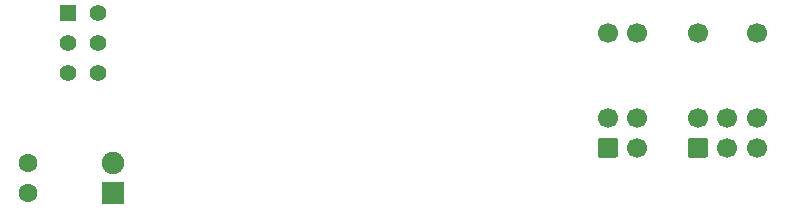
<source format=gbs>
G04 #@! TF.GenerationSoftware,KiCad,Pcbnew,(5.1.4-0-10_14)*
G04 #@! TF.CreationDate,2020-01-14T22:26:38-05:00*
G04 #@! TF.ProjectId,Steering,53746565-7269-46e6-972e-6b696361645f,rev?*
G04 #@! TF.SameCoordinates,Original*
G04 #@! TF.FileFunction,Soldermask,Bot*
G04 #@! TF.FilePolarity,Negative*
%FSLAX46Y46*%
G04 Gerber Fmt 4.6, Leading zero omitted, Abs format (unit mm)*
G04 Created by KiCad (PCBNEW (5.1.4-0-10_14)) date 2020-01-14 22:26:38*
%MOMM*%
%LPD*%
G04 APERTURE LIST*
%ADD10R,1.900000X1.900000*%
%ADD11C,1.900000*%
%ADD12C,1.600000*%
%ADD13C,0.100000*%
%ADD14C,1.700000*%
%ADD15R,1.400000X1.400000*%
%ADD16C,1.400000*%
G04 APERTURE END LIST*
D10*
X100330000Y-55880000D03*
D11*
X100330000Y-53380000D03*
D12*
X93150000Y-55880000D03*
X93150000Y-53380000D03*
D13*
G36*
X142864504Y-51221204D02*
G01*
X142888773Y-51224804D01*
X142912571Y-51230765D01*
X142935671Y-51239030D01*
X142957849Y-51249520D01*
X142978893Y-51262133D01*
X142998598Y-51276747D01*
X143016777Y-51293223D01*
X143033253Y-51311402D01*
X143047867Y-51331107D01*
X143060480Y-51352151D01*
X143070970Y-51374329D01*
X143079235Y-51397429D01*
X143085196Y-51421227D01*
X143088796Y-51445496D01*
X143090000Y-51470000D01*
X143090000Y-52670000D01*
X143088796Y-52694504D01*
X143085196Y-52718773D01*
X143079235Y-52742571D01*
X143070970Y-52765671D01*
X143060480Y-52787849D01*
X143047867Y-52808893D01*
X143033253Y-52828598D01*
X143016777Y-52846777D01*
X142998598Y-52863253D01*
X142978893Y-52877867D01*
X142957849Y-52890480D01*
X142935671Y-52900970D01*
X142912571Y-52909235D01*
X142888773Y-52915196D01*
X142864504Y-52918796D01*
X142840000Y-52920000D01*
X141640000Y-52920000D01*
X141615496Y-52918796D01*
X141591227Y-52915196D01*
X141567429Y-52909235D01*
X141544329Y-52900970D01*
X141522151Y-52890480D01*
X141501107Y-52877867D01*
X141481402Y-52863253D01*
X141463223Y-52846777D01*
X141446747Y-52828598D01*
X141432133Y-52808893D01*
X141419520Y-52787849D01*
X141409030Y-52765671D01*
X141400765Y-52742571D01*
X141394804Y-52718773D01*
X141391204Y-52694504D01*
X141390000Y-52670000D01*
X141390000Y-51470000D01*
X141391204Y-51445496D01*
X141394804Y-51421227D01*
X141400765Y-51397429D01*
X141409030Y-51374329D01*
X141419520Y-51352151D01*
X141432133Y-51331107D01*
X141446747Y-51311402D01*
X141463223Y-51293223D01*
X141481402Y-51276747D01*
X141501107Y-51262133D01*
X141522151Y-51249520D01*
X141544329Y-51239030D01*
X141567429Y-51230765D01*
X141591227Y-51224804D01*
X141615496Y-51221204D01*
X141640000Y-51220000D01*
X142840000Y-51220000D01*
X142864504Y-51221204D01*
X142864504Y-51221204D01*
G37*
D14*
X142240000Y-52070000D03*
X144740000Y-52070000D03*
X142240000Y-49570000D03*
X144740000Y-49570000D03*
X142240000Y-42390000D03*
X144740000Y-42390000D03*
D13*
G36*
X150484504Y-51221204D02*
G01*
X150508773Y-51224804D01*
X150532571Y-51230765D01*
X150555671Y-51239030D01*
X150577849Y-51249520D01*
X150598893Y-51262133D01*
X150618598Y-51276747D01*
X150636777Y-51293223D01*
X150653253Y-51311402D01*
X150667867Y-51331107D01*
X150680480Y-51352151D01*
X150690970Y-51374329D01*
X150699235Y-51397429D01*
X150705196Y-51421227D01*
X150708796Y-51445496D01*
X150710000Y-51470000D01*
X150710000Y-52670000D01*
X150708796Y-52694504D01*
X150705196Y-52718773D01*
X150699235Y-52742571D01*
X150690970Y-52765671D01*
X150680480Y-52787849D01*
X150667867Y-52808893D01*
X150653253Y-52828598D01*
X150636777Y-52846777D01*
X150618598Y-52863253D01*
X150598893Y-52877867D01*
X150577849Y-52890480D01*
X150555671Y-52900970D01*
X150532571Y-52909235D01*
X150508773Y-52915196D01*
X150484504Y-52918796D01*
X150460000Y-52920000D01*
X149260000Y-52920000D01*
X149235496Y-52918796D01*
X149211227Y-52915196D01*
X149187429Y-52909235D01*
X149164329Y-52900970D01*
X149142151Y-52890480D01*
X149121107Y-52877867D01*
X149101402Y-52863253D01*
X149083223Y-52846777D01*
X149066747Y-52828598D01*
X149052133Y-52808893D01*
X149039520Y-52787849D01*
X149029030Y-52765671D01*
X149020765Y-52742571D01*
X149014804Y-52718773D01*
X149011204Y-52694504D01*
X149010000Y-52670000D01*
X149010000Y-51470000D01*
X149011204Y-51445496D01*
X149014804Y-51421227D01*
X149020765Y-51397429D01*
X149029030Y-51374329D01*
X149039520Y-51352151D01*
X149052133Y-51331107D01*
X149066747Y-51311402D01*
X149083223Y-51293223D01*
X149101402Y-51276747D01*
X149121107Y-51262133D01*
X149142151Y-51249520D01*
X149164329Y-51239030D01*
X149187429Y-51230765D01*
X149211227Y-51224804D01*
X149235496Y-51221204D01*
X149260000Y-51220000D01*
X150460000Y-51220000D01*
X150484504Y-51221204D01*
X150484504Y-51221204D01*
G37*
D14*
X149860000Y-52070000D03*
X152360000Y-52070000D03*
X154860000Y-52070000D03*
X149860000Y-49570000D03*
X152360000Y-49570000D03*
X154860000Y-49570000D03*
X149860000Y-42390000D03*
X154860000Y-42390000D03*
D15*
X96520000Y-40640000D03*
D16*
X99060000Y-40640000D03*
X96520000Y-43180000D03*
X99060000Y-43180000D03*
X96520000Y-45720000D03*
X99060000Y-45720000D03*
M02*

</source>
